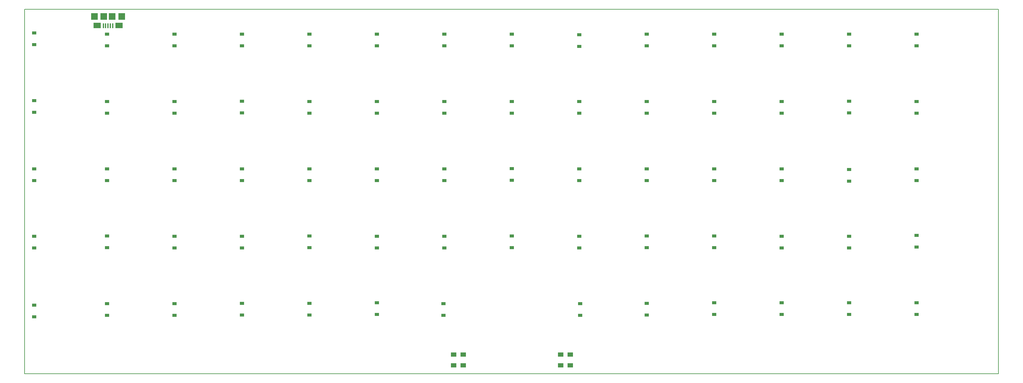
<source format=gbr>
G04 #@! TF.GenerationSoftware,KiCad,Pcbnew,5.0.0-rc2-unknown-f785d27~65~ubuntu16.04.1*
G04 #@! TF.CreationDate,2018-08-02T21:25:33-05:00*
G04 #@! TF.ProjectId,keebee,6B65656265652E6B696361645F706362,rev?*
G04 #@! TF.SameCoordinates,Original*
G04 #@! TF.FileFunction,Paste,Top*
G04 #@! TF.FilePolarity,Positive*
%FSLAX46Y46*%
G04 Gerber Fmt 4.6, Leading zero omitted, Abs format (unit mm)*
G04 Created by KiCad (PCBNEW 5.0.0-rc2-unknown-f785d27~65~ubuntu16.04.1) date Thu Aug  2 21:25:33 2018*
%MOMM*%
%LPD*%
G01*
G04 APERTURE LIST*
%ADD10C,0.150000*%
%ADD11R,0.400000X1.350000*%
%ADD12R,1.900000X1.900000*%
%ADD13R,2.100000X1.600000*%
%ADD14R,1.500000X1.300000*%
%ADD15R,1.200000X0.900000*%
G04 APERTURE END LIST*
D10*
X301500000Y-20500000D02*
X301500000Y-123500000D01*
X26500000Y-123500000D02*
X301500000Y-123500000D01*
X26500000Y-20500000D02*
X301500000Y-20500000D01*
X26500000Y-20500000D02*
X26500000Y-123500000D01*
D11*
G04 #@! TO.C,J1*
X51338000Y-25182000D03*
X50688000Y-25182000D03*
X50038000Y-25182000D03*
X49388000Y-25182000D03*
X48738000Y-25182000D03*
D12*
X51238000Y-22532000D03*
X48838000Y-22532000D03*
X53888000Y-22532000D03*
D13*
X53138000Y-25082000D03*
X46938000Y-25082000D03*
D12*
X46188000Y-22532000D03*
G04 #@! TD*
D14*
G04 #@! TO.C,D1*
X147668000Y-118110000D03*
X150368000Y-118110000D03*
G04 #@! TD*
D15*
G04 #@! TO.C,D2*
X29210000Y-27180000D03*
X29210000Y-30480000D03*
G04 #@! TD*
G04 #@! TO.C,D3*
X29210000Y-49650000D03*
X29210000Y-46350000D03*
G04 #@! TD*
G04 #@! TO.C,D4*
X29210000Y-68960000D03*
X29210000Y-65660000D03*
G04 #@! TD*
G04 #@! TO.C,D5*
X29210000Y-84710000D03*
X29210000Y-88010000D03*
G04 #@! TD*
G04 #@! TO.C,D6*
X29210000Y-104140000D03*
X29210000Y-107440000D03*
G04 #@! TD*
G04 #@! TO.C,D7*
X49784000Y-27560000D03*
X49784000Y-30860000D03*
G04 #@! TD*
G04 #@! TO.C,D8*
X49784000Y-46610000D03*
X49784000Y-49910000D03*
G04 #@! TD*
G04 #@! TO.C,D9*
X49784000Y-65660000D03*
X49784000Y-68960000D03*
G04 #@! TD*
G04 #@! TO.C,D10*
X49784000Y-84584000D03*
X49784000Y-87884000D03*
G04 #@! TD*
G04 #@! TO.C,D11*
X49784000Y-107060000D03*
X49784000Y-103760000D03*
G04 #@! TD*
G04 #@! TO.C,D12*
X68834000Y-30860000D03*
X68834000Y-27560000D03*
G04 #@! TD*
G04 #@! TO.C,D13*
X68834000Y-49910000D03*
X68834000Y-46610000D03*
G04 #@! TD*
G04 #@! TO.C,D14*
X68834000Y-65660000D03*
X68834000Y-68960000D03*
G04 #@! TD*
G04 #@! TO.C,D15*
X68834000Y-88010000D03*
X68834000Y-84710000D03*
G04 #@! TD*
G04 #@! TO.C,D16*
X68834000Y-107060000D03*
X68834000Y-103760000D03*
G04 #@! TD*
G04 #@! TO.C,D17*
X87884000Y-27560000D03*
X87884000Y-30860000D03*
G04 #@! TD*
G04 #@! TO.C,D18*
X87884000Y-46482000D03*
X87884000Y-49782000D03*
G04 #@! TD*
G04 #@! TO.C,D19*
X87884000Y-68960000D03*
X87884000Y-65660000D03*
G04 #@! TD*
G04 #@! TO.C,D20*
X87884000Y-84710000D03*
X87884000Y-88010000D03*
G04 #@! TD*
G04 #@! TO.C,D21*
X87884000Y-106934000D03*
X87884000Y-103634000D03*
G04 #@! TD*
G04 #@! TO.C,D22*
X106934000Y-27560000D03*
X106934000Y-30860000D03*
G04 #@! TD*
G04 #@! TO.C,D23*
X106934000Y-49910000D03*
X106934000Y-46610000D03*
G04 #@! TD*
G04 #@! TO.C,D24*
X106934000Y-65660000D03*
X106934000Y-68960000D03*
G04 #@! TD*
G04 #@! TO.C,D25*
X106934000Y-84582000D03*
X106934000Y-87882000D03*
G04 #@! TD*
G04 #@! TO.C,D26*
X106934000Y-106932000D03*
X106934000Y-103632000D03*
G04 #@! TD*
G04 #@! TO.C,D27*
X125984000Y-30860000D03*
X125984000Y-27560000D03*
G04 #@! TD*
G04 #@! TO.C,D28*
X125984000Y-46610000D03*
X125984000Y-49910000D03*
G04 #@! TD*
G04 #@! TO.C,D29*
X125984000Y-65660000D03*
X125984000Y-68960000D03*
G04 #@! TD*
G04 #@! TO.C,D30*
X125984000Y-88010000D03*
X125984000Y-84710000D03*
G04 #@! TD*
G04 #@! TO.C,D31*
X125984000Y-106806000D03*
X125984000Y-103506000D03*
G04 #@! TD*
G04 #@! TO.C,D32*
X145034000Y-30860000D03*
X145034000Y-27560000D03*
G04 #@! TD*
G04 #@! TO.C,D33*
X145034000Y-49910000D03*
X145034000Y-46610000D03*
G04 #@! TD*
G04 #@! TO.C,D34*
X145034000Y-68960000D03*
X145034000Y-65660000D03*
G04 #@! TD*
G04 #@! TO.C,D35*
X145034000Y-84710000D03*
X145034000Y-88010000D03*
G04 #@! TD*
G04 #@! TO.C,D36*
X144780000Y-103760000D03*
X144780000Y-107060000D03*
G04 #@! TD*
G04 #@! TO.C,D37*
X164084000Y-30860000D03*
X164084000Y-27560000D03*
G04 #@! TD*
G04 #@! TO.C,D38*
X164084000Y-46610000D03*
X164084000Y-49910000D03*
G04 #@! TD*
G04 #@! TO.C,D39*
X164084000Y-68832000D03*
X164084000Y-65532000D03*
G04 #@! TD*
G04 #@! TO.C,D40*
X164084000Y-87882000D03*
X164084000Y-84582000D03*
G04 #@! TD*
D14*
G04 #@! TO.C,D41*
X177894000Y-118110000D03*
X180594000Y-118110000D03*
G04 #@! TD*
D15*
G04 #@! TO.C,D42*
X183134000Y-30986000D03*
X183134000Y-27686000D03*
G04 #@! TD*
G04 #@! TO.C,D43*
X183134000Y-46610000D03*
X183134000Y-49910000D03*
G04 #@! TD*
G04 #@! TO.C,D44*
X183134000Y-65660000D03*
X183134000Y-68960000D03*
G04 #@! TD*
G04 #@! TO.C,D45*
X183134000Y-88010000D03*
X183134000Y-84710000D03*
G04 #@! TD*
G04 #@! TO.C,D46*
X183388000Y-107060000D03*
X183388000Y-103760000D03*
G04 #@! TD*
G04 #@! TO.C,D47*
X202184000Y-27560000D03*
X202184000Y-30860000D03*
G04 #@! TD*
G04 #@! TO.C,D48*
X202184000Y-46610000D03*
X202184000Y-49910000D03*
G04 #@! TD*
G04 #@! TO.C,D49*
X202184000Y-65660000D03*
X202184000Y-68960000D03*
G04 #@! TD*
G04 #@! TO.C,D50*
X202184000Y-87882000D03*
X202184000Y-84582000D03*
G04 #@! TD*
G04 #@! TO.C,D51*
X202184000Y-103632000D03*
X202184000Y-106932000D03*
G04 #@! TD*
G04 #@! TO.C,D52*
X221234000Y-27560000D03*
X221234000Y-30860000D03*
G04 #@! TD*
G04 #@! TO.C,D53*
X221234000Y-49910000D03*
X221234000Y-46610000D03*
G04 #@! TD*
G04 #@! TO.C,D54*
X221234000Y-68960000D03*
X221234000Y-65660000D03*
G04 #@! TD*
G04 #@! TO.C,D55*
X221234000Y-87882000D03*
X221234000Y-84582000D03*
G04 #@! TD*
G04 #@! TO.C,D56*
X221234000Y-106806000D03*
X221234000Y-103506000D03*
G04 #@! TD*
G04 #@! TO.C,D57*
X240284000Y-30860000D03*
X240284000Y-27560000D03*
G04 #@! TD*
G04 #@! TO.C,D58*
X240284000Y-46610000D03*
X240284000Y-49910000D03*
G04 #@! TD*
G04 #@! TO.C,D59*
X240284000Y-65660000D03*
X240284000Y-68960000D03*
G04 #@! TD*
G04 #@! TO.C,D60*
X240284000Y-88010000D03*
X240284000Y-84710000D03*
G04 #@! TD*
G04 #@! TO.C,D61*
X240284000Y-103506000D03*
X240284000Y-106806000D03*
G04 #@! TD*
G04 #@! TO.C,D62*
X259334000Y-27560000D03*
X259334000Y-30860000D03*
G04 #@! TD*
G04 #@! TO.C,D63*
X259334000Y-46482000D03*
X259334000Y-49782000D03*
G04 #@! TD*
G04 #@! TO.C,D64*
X259334000Y-69086000D03*
X259334000Y-65786000D03*
G04 #@! TD*
G04 #@! TO.C,D65*
X259334000Y-84710000D03*
X259334000Y-88010000D03*
G04 #@! TD*
G04 #@! TO.C,D66*
X259334000Y-106806000D03*
X259334000Y-103506000D03*
G04 #@! TD*
G04 #@! TO.C,D67*
X278384000Y-27560000D03*
X278384000Y-30860000D03*
G04 #@! TD*
G04 #@! TO.C,D68*
X278384000Y-49910000D03*
X278384000Y-46610000D03*
G04 #@! TD*
G04 #@! TO.C,D69*
X278384000Y-68960000D03*
X278384000Y-65660000D03*
G04 #@! TD*
G04 #@! TO.C,D70*
X278384000Y-87756000D03*
X278384000Y-84456000D03*
G04 #@! TD*
G04 #@! TO.C,D71*
X278384000Y-103506000D03*
X278384000Y-106806000D03*
G04 #@! TD*
D14*
G04 #@! TO.C,R1*
X177894000Y-121158000D03*
X180594000Y-121158000D03*
G04 #@! TD*
G04 #@! TO.C,R2*
X147668000Y-121158000D03*
X150368000Y-121158000D03*
G04 #@! TD*
M02*

</source>
